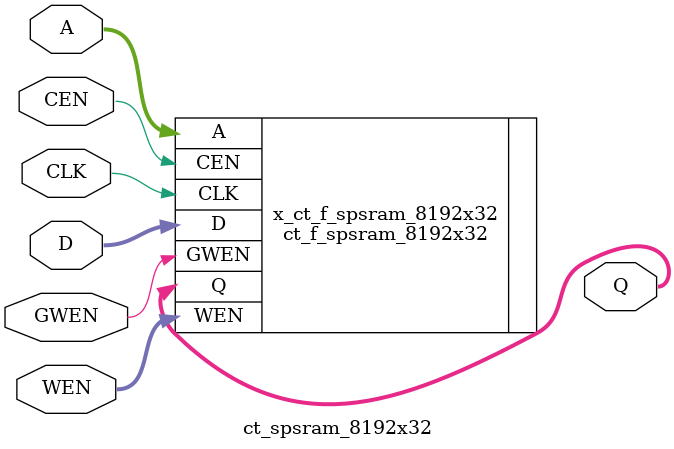
<source format=v>
/*Copyright 2019-2021 T-Head Semiconductor Co., Ltd.

Licensed under the Apache License, Version 2.0 (the "License");
you may not use this file except in compliance with the License.
You may obtain a copy of the License at

    http://www.apache.org/licenses/LICENSE-2.0

Unless required by applicable law or agreed to in writing, software
distributed under the License is distributed on an "AS IS" BASIS,
WITHOUT WARRANTIES OR CONDITIONS OF ANY KIND, either express or implied.
See the License for the specific language governing permissions and
limitations under the License.
*/

// &ModuleBeg; @22
module ct_spsram_8192x32(
  A,
  CEN,
  CLK,
  D,
  GWEN,
  Q,
  WEN
);

// &Ports; @23
input   [12:0]  A;
input           CEN;
input           CLK;
input   [31:0]  D;
input           GWEN;
input   [31:0]  WEN;
output  [31:0]  Q;

// &Regs; @24

// &Wires; @25
wire    [12:0]  A;
wire            CEN;
wire            CLK;
wire    [31:0]  D;
wire            GWEN;
wire    [31:0]  Q;
wire    [31:0]  WEN;


//**********************************************************
//                  Parameter Definition
//**********************************************************
parameter ADDR_WIDTH = 13;
parameter DATA_WIDTH = 32;
parameter WE_WIDTH   = 32;

// &Force("bus","Q",DATA_WIDTH-1,0); @34
// &Force("bus","WEN",WE_WIDTH-1,0); @35
// &Force("bus","A",ADDR_WIDTH-1,0); @36
// &Force("bus","D",DATA_WIDTH-1,0); @37

  //********************************************************
  //*                        FPGA memory                   *
  //********************************************************
  //{WEN[31:24],WEN[23:16],WEN[15:8],WEN[7:0]}
//   &Instance("ct_f_spsram_8192x32"); @44
ct_f_spsram_8192x32  x_ct_f_spsram_8192x32 (
  .A    (A   ),
  .CEN  (CEN ),
  .CLK  (CLK ),
  .D    (D   ),
  .GWEN (GWEN),
  .Q    (Q   ),
  .WEN  (WEN )
);

//   &Instance("ct_tsmc_spsram_1024x32"); @50

// &ModuleEnd; @66
endmodule



</source>
